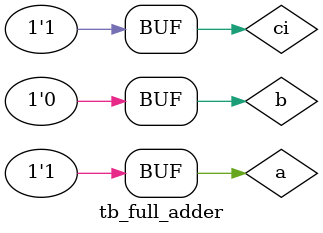
<source format=v>
module tb_full_adder();

reg a, b, ci;
wire s, co;

full_adder fa(.a(a), .b(b), .ci(ci), .s(s), .co(co));

initial begin
	a = 1;
	b = 0;
	ci = 1;
end

endmodule
</source>
